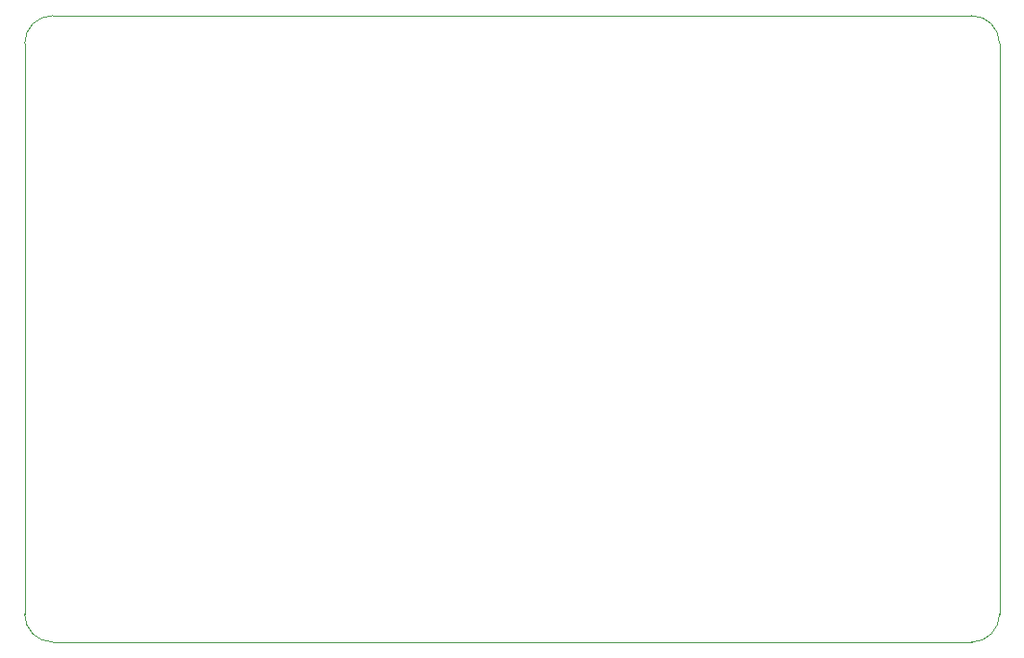
<source format=gbr>
G04 #@! TF.GenerationSoftware,KiCad,Pcbnew,5.1.5-52549c5~86~ubuntu19.04.1*
G04 #@! TF.CreationDate,2020-05-13T19:24:15+10:00*
G04 #@! TF.ProjectId,saab_bluetooth_aux_kit,73616162-5f62-46c7-9565-746f6f74685f,rev?*
G04 #@! TF.SameCoordinates,Original*
G04 #@! TF.FileFunction,Profile,NP*
%FSLAX46Y46*%
G04 Gerber Fmt 4.6, Leading zero omitted, Abs format (unit mm)*
G04 Created by KiCad (PCBNEW 5.1.5-52549c5~86~ubuntu19.04.1) date 2020-05-13 19:24:15*
%MOMM*%
%LPD*%
G04 APERTURE LIST*
%ADD10C,0.050000*%
G04 APERTURE END LIST*
D10*
X97790000Y-132080000D02*
G75*
G02X95250000Y-129540000I0J2540000D01*
G01*
X184150000Y-129540000D02*
G75*
G02X181610000Y-132080000I-2540000J0D01*
G01*
X181610000Y-74930000D02*
G75*
G02X184150000Y-77470000I0J-2540000D01*
G01*
X95250000Y-77470000D02*
G75*
G02X97790000Y-74930000I2540000J0D01*
G01*
X95250000Y-129540000D02*
X95250000Y-77470000D01*
X181610000Y-132080000D02*
X97790000Y-132080000D01*
X184150000Y-77470000D02*
X184150000Y-129540000D01*
X97790000Y-74930000D02*
X181610000Y-74930000D01*
M02*

</source>
